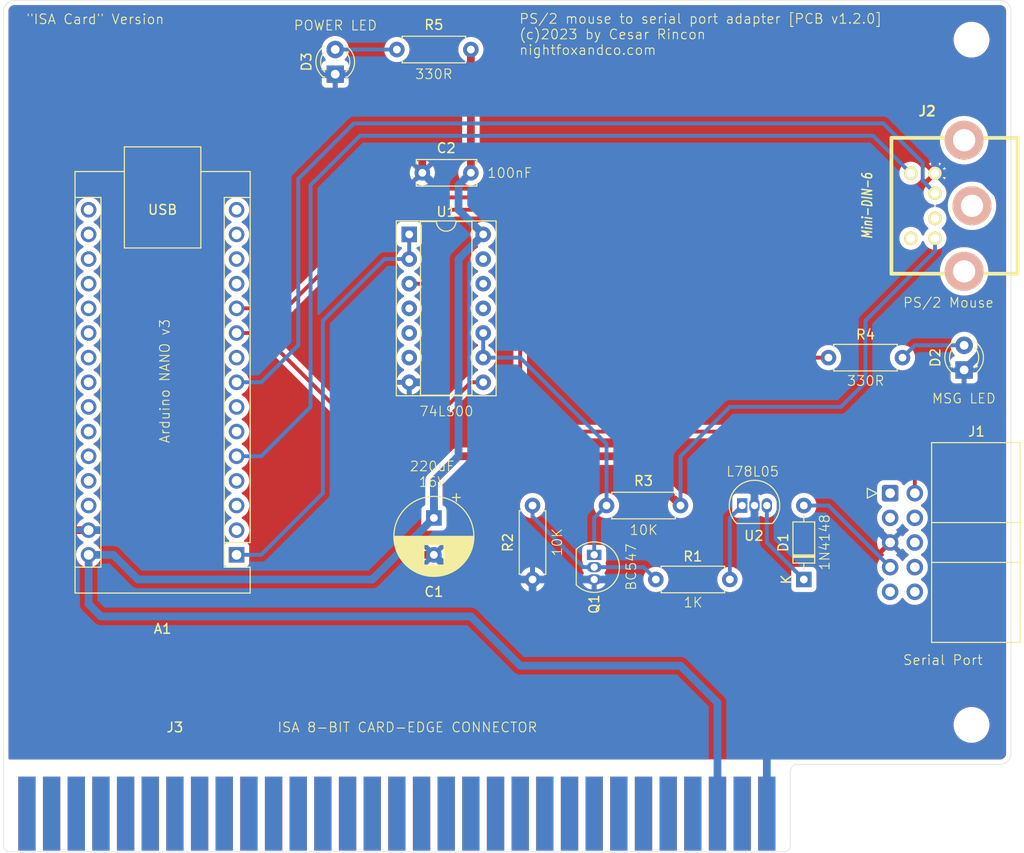
<source format=kicad_pcb>
(kicad_pcb (version 20221018) (generator pcbnew)
  (layers (0 "F.Cu" signal) (31 "B.Cu" signal) (34 "B.Paste" user) (35 "F.Paste" user) (36 "B.SilkS" user "B.Silkscreen") (37 "F.SilkS" user "F.Silkscreen") (38 "B.Mask" user) (39 "F.Mask" user) (44 "Edge.Cuts" user))
  (net 0 "")
  (net 1 "/GND")
  (net 2 "Net-(D2-A)")
  (net 3 "Net-(Q1-C)")
  (net 4 "Net-(Q1-B)")
  (net 5 "/+5V")
  (net 6 "Net-(A1-D8)")
  (net 7 "Net-(A1-D1{slash}TX)")
  (net 8 "Net-(A1-D7)")
  (net 12 "Net-(A1-D2)")
  (net 15 "Net-(A1-D5)")
  (net 33 "Net-(D3-A)")
  (net 41 "Net-(D1-K)")
  (net 42 "Net-(D1-A)")
  (net 44 "Net-(J1-Pin_2)")
  (net 113 "Net-(U2-VO)")
  (footprint "Resistor_THT:R_Axial_DIN0207_L6.3mm_D2.5mm_P7.62mm_Horizontal" (layer "F.Cu") (at 82.55 64.77 180)
    (fp_text reference "R3" (at 3.81 2.54) (layer "F.SilkS"))
    (fp_text value "10K")
    (pad "1" thru_hole circle (at 0 0 180) (size 1.6 1.6) (drill 0.8) (layers "*.Cu" "*.Mask") (net 5 "/+5V"))
    (pad "2" thru_hole oval (at 7.62 0 180) (size 1.6 1.6) (drill 0.8) (layers "*.Cu" "*.Mask") (net 3 "Net-(Q1-C)"))
  )
  (footprint "Package_TO_SOT_THT:TO-92_Inline" (layer "F.Cu") (at 88.9 64.77)
    (fp_text reference "U2" (at 1.207532 3.114922) (layer "F.SilkS"))
    (fp_text value "L78L05")
    (pad "1" thru_hole rect (at 0 0) (size 1.05 1.5) (drill 0.75) (layers "*.Cu" "*.Mask") (net 113 "Net-(U2-VO)"))
    (pad "2" thru_hole oval (at 1.27 0) (size 1.05 1.5) (drill 0.75) (layers "*.Cu" "*.Mask") (net 1 "/GND"))
    (pad "3" thru_hole oval (at 2.54 0) (size 1.05 1.5) (drill 0.75) (layers "*.Cu" "*.Mask") (net 41 "Net-(D1-K)"))
  )
  (footprint "Connector_IDC:IDC-Header_2x05_P2.54mm_Horizontal" (layer "F.Cu") (at 104.14 63.5)
    (fp_text reference "J1" (at 8.89 -6.35) (layer "F.SilkS"))
    (fp_text value "Serial Port")
    (pad "1" thru_hole roundrect (at 0 0) (size 1.7 1.7) (drill 1) (layers "*.Cu" "*.Mask") (roundrect_rratio 0.1470588235))
    (pad "2" thru_hole circle (at 2.54 0) (size 1.7 1.7) (drill 1) (layers "*.Cu" "*.Mask") (net 44 "Net-(J1-Pin_2)"))
    (pad "3" thru_hole circle (at 0 2.54) (size 1.7 1.7) (drill 1) (layers "*.Cu" "*.Mask"))
    (pad "4" thru_hole circle (at 2.54 2.54) (size 1.7 1.7) (drill 1) (layers "*.Cu" "*.Mask"))
    (pad "5" thru_hole circle (at 0 5.08) (size 1.7 1.7) (drill 1) (layers "*.Cu" "*.Mask") (net 1 "/GND"))
    (pad "6" thru_hole circle (at 2.54 5.08) (size 1.7 1.7) (drill 1) (layers "*.Cu" "*.Mask"))
    (pad "7" thru_hole circle (at 0 7.62) (size 1.7 1.7) (drill 1) (layers "*.Cu" "*.Mask") (net 42 "Net-(D1-A)"))
    (pad "8" thru_hole circle (at 2.54 7.62) (size 1.7 1.7) (drill 1) (layers "*.Cu" "*.Mask"))
    (pad "9" thru_hole circle (at 0 10.16) (size 1.7 1.7) (drill 1) (layers "*.Cu" "*.Mask"))
    (pad "10" thru_hole circle (at 2.54 10.16) (size 1.7 1.7) (drill 1) (layers "*.Cu" "*.Mask"))
  )
  (footprint "CustomLib:BUS_AT" (layer "F.Cu") (at 91.44 96.52)
    (fp_text reference "J3" (at -60.96 -8.89) (layer "F.SilkS"))
    (fp_text value "Bus_ISA_8bit")
    (pad "1" connect rect (at 0 0) (size 1.78 7.62) (layers "B.Cu" "B.Mask") (net 1 "/GND"))
    (pad "2" connect rect (at -2.54 0) (size 1.78 7.62) (layers "B.Cu" "B.Mask"))
    (pad "3" connect rect (at -5.08 0) (size 1.78 7.62) (layers "B.Cu" "B.Mask") (net 5 "/+5V"))
    (pad "4" connect rect (at -7.62 0) (size 1.78 7.62) (layers "B.Cu" "B.Mask"))
    (pad "5" connect rect (at -10.16 0) (size 1.78 7.62) (layers "B.Cu" "B.Mask"))
    (pad "6" connect rect (at -12.7 0) (size 1.78 7.62) (layers "B.Cu" "B.Mask"))
    (pad "7" connect rect (at -15.24 0) (size 1.78 7.62) (layers "B.Cu" "B.Mask"))
    (pad "8" connect rect (at -17.78 0) (size 1.78 7.62) (layers "B.Cu" "B.Mask"))
    (pad "9" connect rect (at -20.32 0) (size 1.78 7.62) (layers "B.Cu" "B.Mask"))
    (pad "10" connect rect (at -22.86 0) (size 1.78 7.62) (layers "B.Cu" "B.Mask"))
    (pad "11" connect rect (at -25.4 0) (size 1.78 7.62) (layers "B.Cu" "B.Mask"))
    (pad "12" connect rect (at -27.94 0) (size 1.78 7.62) (layers "B.Cu" "B.Mask"))
    (pad "13" connect rect (at -30.48 0) (size 1.78 7.62) (layers "B.Cu" "B.Mask"))
    (pad "14" connect rect (at -33.02 0) (size 1.78 7.62) (layers "B.Cu" "B.Mask"))
    (pad "15" connect rect (at -35.56 0) (size 1.78 7.62) (layers "B.Cu" "B.Mask"))
    (pad "16" connect rect (at -38.1 0) (size 1.78 7.62) (layers "B.Cu" "B.Mask"))
    (pad "17" connect rect (at -40.64 0) (size 1.78 7.62) (layers "B.Cu" "B.Mask"))
    (pad "18" connect rect (at -43.18 0) (size 1.78 7.62) (layers "B.Cu" "B.Mask"))
    (pad "19" connect rect (at -45.72 0) (size 1.78 7.62) (layers "B.Cu" "B.Mask"))
    (pad "20" connect rect (at -48.26 0) (size 1.78 7.62) (layers "B.Cu" "B.Mask"))
    (pad "21" connect rect (at -50.8 0) (size 1.78 7.62) (layers "B.Cu" "B.Mask"))
    (pad "22" connect rect (at -53.34 0) (size 1.78 7.62) (layers "B.Cu" "B.Mask"))
    (pad "23" connect rect (at -55.88 0) (size 1.78 7.62) (layers "B.Cu" "B.Mask"))
    (pad "24" connect rect (at -58.42 0) (size 1.78 7.62) (layers "B.Cu" "B.Mask"))
    (pad "25" connect rect (at -60.96 0) (size 1.78 7.62) (layers "B.Cu" "B.Mask"))
    (pad "26" connect rect (at -63.5 0) (size 1.78 7.62) (layers "B.Cu" "B.Mask"))
    (pad "27" connect rect (at -66.04 0) (size 1.78 7.62) (layers "B.Cu" "B.Mask"))
    (pad "28" connect rect (at -68.58 0) (size 1.78 7.62) (layers "B.Cu" "B.Mask"))
    (pad "29" connect rect (at -71.12 0) (size 1.78 7.62) (layers "B.Cu" "B.Mask"))
    (pad "30" connect rect (at -73.66 0) (size 1.78 7.62) (layers "B.Cu" "B.Mask"))
    (pad "31" connect rect (at -76.2 0) (size 1.78 7.62) (layers "B.Cu" "B.Mask"))
    (pad "32" connect rect (at 0 0) (size 1.78 7.62) (layers "F.Cu" "F.Mask"))
    (pad "33" connect rect (at -2.54 0) (size 1.78 7.62) (layers "F.Cu" "F.Mask"))
    (pad "34" connect rect (at -5.08 0) (size 1.78 7.62) (layers "F.Cu" "F.Mask"))
    (pad "35" connect rect (at -7.62 0) (size 1.78 7.62) (layers "F.Cu" "F.Mask"))
    (pad "36" connect rect (at -10.16 0) (size 1.78 7.62) (layers "F.Cu" "F.Mask"))
    (pad "37" connect rect (at -12.7 0) (size 1.78 7.62) (layers "F.Cu" "F.Mask"))
    (pad "38" connect rect (at -15.24 0) (size 1.78 7.62) (layers "F.Cu" "F.Mask"))
    (pad "39" connect rect (at -17.78 0) (size 1.78 7.62) (layers "F.Cu" "F.Mask"))
    (pad "40" connect rect (at -20.32 0) (size 1.78 7.62) (layers "F.Cu" "F.Mask"))
    (pad "41" connect rect (at -22.86 0) (size 1.78 7.62) (layers "F.Cu" "F.Mask"))
    (pad "42" connect rect (at -25.4 0) (size 1.78 7.62) (layers "F.Cu" "F.Mask"))
    (pad "43" connect rect (at -27.94 0) (size 1.78 7.62) (layers "F.Cu" "F.Mask"))
    (pad "44" connect rect (at -30.48 0) (size 1.78 7.62) (layers "F.Cu" "F.Mask"))
    (pad "45" connect rect (at -33.02 0) (size 1.78 7.62) (layers "F.Cu" "F.Mask"))
    (pad "46" connect rect (at -35.56 0) (size 1.78 7.62) (layers "F.Cu" "F.Mask"))
    (pad "47" connect rect (at -38.1 0) (size 1.78 7.62) (layers "F.Cu" "F.Mask"))
    (pad "48" connect rect (at -40.64 0) (size 1.78 7.62) (layers "F.Cu" "F.Mask"))
    (pad "49" connect rect (at -43.18 0) (size 1.78 7.62) (layers "F.Cu" "F.Mask"))
    (pad "50" connect rect (at -45.72 0) (size 1.78 7.62) (layers "F.Cu" "F.Mask"))
    (pad "51" connect rect (at -48.26 0) (size 1.78 7.62) (layers "F.Cu" "F.Mask"))
    (pad "52" connect rect (at -50.8 0) (size 1.78 7.62) (layers "F.Cu" "F.Mask"))
    (pad "53" connect rect (at -53.34 0) (size 1.78 7.62) (layers "F.Cu" "F.Mask"))
    (pad "54" connect rect (at -55.88 0) (size 1.78 7.62) (layers "F.Cu" "F.Mask"))
    (pad "55" connect rect (at -58.42 0) (size 1.78 7.62) (layers "F.Cu" "F.Mask"))
    (pad "56" connect rect (at -60.96 0) (size 1.78 7.62) (layers "F.Cu" "F.Mask"))
    (pad "57" connect rect (at -63.5 0) (size 1.78 7.62) (layers "F.Cu" "F.Mask"))
    (pad "58" connect rect (at -66.04 0) (size 1.78 7.62) (layers "F.Cu" "F.Mask"))
    (pad "59" connect rect (at -68.58 0) (size 1.78 7.62) (layers "F.Cu" "F.Mask"))
    (pad "60" connect rect (at -71.12 0) (size 1.78 7.62) (layers "F.Cu" "F.Mask"))
    (pad "61" connect rect (at -73.66 0) (size 1.78 7.62) (layers "F.Cu" "F.Mask"))
    (pad "62" connect rect (at -76.2 0) (size 1.78 7.62) (layers "F.Cu" "F.Mask"))
  )
  (footprint "LED_THT:LED_D3.0mm" (layer "F.Cu") (at 111.76 50.8 90)
    (fp_text reference "D2" (at 1.27 -2.96 90) (layer "F.SilkS"))
    (fp_text value "3mm YELLOW")
    (pad "1" thru_hole rect (at 0 0 90) (size 1.8 1.8) (drill 0.9) (layers "*.Cu" "*.Mask") (net 1 "/GND"))
    (pad "2" thru_hole circle (at 2.54 0 90) (size 1.8 1.8) (drill 0.9) (layers "*.Cu" "*.Mask") (net 2 "Net-(D2-A)"))
  )
  (footprint "Package_DIP:DIP-14_W7.62mm_Socket" (layer "F.Cu") (at 54.61 36.83)
    (fp_text reference "U1" (at 3.81 -2.33) (layer "F.SilkS"))
    (fp_text value "74LS00")
    (pad "1" thru_hole rect (at 0 0) (size 1.6 1.6) (drill 0.8) (layers "*.Cu" "*.Mask") (net 7 "Net-(A1-D1{slash}TX)"))
    (pad "2" thru_hole oval (at 0 2.54) (size 1.6 1.6) (drill 0.8) (layers "*.Cu" "*.Mask") (net 7 "Net-(A1-D1{slash}TX)"))
    (pad "3" thru_hole oval (at 0 5.08) (size 1.6 1.6) (drill 0.8) (layers "*.Cu" "*.Mask") (net 44 "Net-(J1-Pin_2)"))
    (pad "4" thru_hole oval (at 0 7.62) (size 1.6 1.6) (drill 0.8) (layers "*.Cu" "*.Mask"))
    (pad "5" thru_hole oval (at 0 10.16) (size 1.6 1.6) (drill 0.8) (layers "*.Cu" "*.Mask"))
    (pad "6" thru_hole oval (at 0 12.7) (size 1.6 1.6) (drill 0.8) (layers "*.Cu" "*.Mask"))
    (pad "7" thru_hole oval (at 0 15.24) (size 1.6 1.6) (drill 0.8) (layers "*.Cu" "*.Mask") (net 1 "/GND"))
    (pad "8" thru_hole oval (at 7.62 15.24) (size 1.6 1.6) (drill 0.8) (layers "*.Cu" "*.Mask") (net 8 "Net-(A1-D7)"))
    (pad "9" thru_hole oval (at 7.62 12.7) (size 1.6 1.6) (drill 0.8) (layers "*.Cu" "*.Mask") (net 3 "Net-(Q1-C)"))
    (pad "10" thru_hole oval (at 7.62 10.16) (size 1.6 1.6) (drill 0.8) (layers "*.Cu" "*.Mask") (net 3 "Net-(Q1-C)"))
    (pad "11" thru_hole oval (at 7.62 7.62) (size 1.6 1.6) (drill 0.8) (layers "*.Cu" "*.Mask"))
    (pad "12" thru_hole oval (at 7.62 5.08) (size 1.6 1.6) (drill 0.8) (layers "*.Cu" "*.Mask"))
    (pad "13" thru_hole oval (at 7.62 2.54) (size 1.6 1.6) (drill 0.8) (layers "*.Cu" "*.Mask"))
    (pad "14" thru_hole oval (at 7.62 0) (size 1.6 1.6) (drill 0.8) (layers "*.Cu" "*.Mask") (net 5 "/+5V"))
  )
  (footprint "CustomLib:Conn_Mini_DIN_6pin" (layer "F.Cu") (at 117.26926 33.88106 -90)
    (fp_text reference "J2" (at -9.75106 9.31926 -180) (layer "F.SilkS") (effects (font (size 1.016 1.016) (thickness 0.2032))))
    (fp_text value "Mini-DIN-6" (at -0.012716 15.49347 90) (layer "F.SilkS") (effects (font (size 1.016 0.762) (thickness 0.1524) italic)))
    (pad "1" thru_hole circle (at -1.30048 8.509 90) (size 1.3716 1.3716) (drill 0.889) (layers "*.Cu" "*.Mask" "F.SilkS") (net 15 "Net-(A1-D5)"))
    (pad "2" thru_hole circle (at 1.30048 8.509 90) (size 1.3716 1.3716) (drill 0.889) (layers "*.Cu" "*.Mask" "F.SilkS"))
    (pad "3" thru_hole circle (at -3.35026 8.509 90) (size 1.3716 1.3716) (drill 0.889) (layers "*.Cu" "*.Mask" "F.SilkS") (net 1 "/GND"))
    (pad "4" thru_hole circle (at 3.35026 8.509 90) (size 1.3716 1.3716) (drill 0.889) (layers "*.Cu" "*.Mask" "F.SilkS") (net 5 "/+5V"))
    (pad "5" thru_hole circle (at -3.35026 11.00074 90) (size 1.3716 1.3716) (drill 0.889) (layers "*.Cu" "*.Mask" "F.SilkS") (net 12 "Net-(A1-D2)"))
    (pad "6" thru_hole circle (at 3.35026 11.00074 90) (size 1.3716 1.3716) (drill 0.889) (layers "*.Cu" "*.Mask" "F.SilkS"))
    (pad "GND" thru_hole circle (at -6.75894 5.50926 90) (size 4.0005 4.0005) (drill 2.29108) (layers "*.Cu" "*.SilkS" "*.Mask"))
    (pad "GND" thru_hole circle (at 0 4.699 90) (size 4.0005 4.0005) (drill 2.29108) (layers "*.Cu" "*.SilkS" "*.Mask"))
    (pad "GND" thru_hole circle (at 6.75894 5.50926 90) (size 4.0005 4.0005) (drill 2.29108) (layers "*.Cu" "*.SilkS" "*.Mask"))
  )
  (footprint "Package_TO_SOT_THT:TO-92_Inline" (layer "F.Cu") (at 73.66 69.85 -90)
    (fp_text reference "Q1" (at 5.08 0 90) (layer "F.SilkS"))
    (fp_text value "BC547")
    (pad "1" thru_hole rect (at 0 0 270) (size 1.05 1.5) (drill 0.75) (layers "*.Cu" "*.Mask") (net 3 "Net-(Q1-C)"))
    (pad "2" thru_hole oval (at 1.27 0 270) (size 1.05 1.5) (drill 0.75) (layers "*.Cu" "*.Mask") (net 4 "Net-(Q1-B)"))
    (pad "3" thru_hole oval (at 2.54 0 270) (size 1.05 1.5) (drill 0.75) (layers "*.Cu" "*.Mask") (net 1 "/GND"))
  )
  (footprint "Resistor_THT:R_Axial_DIN0207_L6.3mm_D2.5mm_P7.62mm_Horizontal" (layer "F.Cu") (at 97.79 49.53)
    (fp_text reference "R4" (at 3.81 -2.37) (layer "F.SilkS"))
    (fp_text value "330R")
    (pad "1" thru_hole circle (at 0 0) (size 1.6 1.6) (drill 0.8) (layers "*.Cu" "*.Mask") (net 6 "Net-(A1-D8)"))
    (pad "2" thru_hole oval (at 7.62 0) (size 1.6 1.6) (drill 0.8) (layers "*.Cu" "*.Mask") (net 2 "Net-(D2-A)"))
  )
  (footprint "Resistor_THT:R_Axial_DIN0207_L6.3mm_D2.5mm_P7.62mm_Horizontal" (layer "F.Cu") (at 60.96 17.78 180)
    (fp_text reference "R5" (at 3.81 2.54) (layer "F.SilkS"))
    (fp_text value "330R")
    (pad "1" thru_hole circle (at 0 0 180) (size 1.6 1.6) (drill 0.8) (layers "*.Cu" "*.Mask") (net 5 "/+5V"))
    (pad "2" thru_hole oval (at 7.62 0 180) (size 1.6 1.6) (drill 0.8) (layers "*.Cu" "*.Mask") (net 33 "Net-(D3-A)"))
  )
  (footprint "MountingHole:MountingHole_3.2mm_M3" (layer "F.Cu") (at 112.522 87.376)
    (fp_text reference "REF**" hide)
    (fp_text value "MountingHole_3.2mm_M3" hide)
    (pad "" np_thru_hole circle (at 0 0) (size 3.2 3.2) (drill 3.2) (layers "*.Cu" "*.Mask"))
  )
  (footprint "Diode_THT:D_DO-35_SOD27_P7.62mm_Horizontal" (layer "F.Cu") (at 95.25 72.39 90)
    (fp_text reference "D1" (at 3.81 -2.12 90) (layer "F.SilkS"))
    (fp_text value "1N4148")
    (fp_text user "K" (at 0 -1.8 90) (layer "F.SilkS"))
    (pad "1" thru_hole rect (at 0 0 90) (size 1.6 1.6) (drill 0.8) (layers "*.Cu" "*.Mask") (net 41 "Net-(D1-K)"))
    (pad "2" thru_hole oval (at 7.62 0 90) (size 1.6 1.6) (drill 0.8) (layers "*.Cu" "*.Mask") (net 42 "Net-(D1-A)"))
  )
  (footprint "Capacitor_THT:CP_Radial_D8.0mm_P3.80mm" (layer "F.Cu") (at 57.15 66.05 -90)
    (fp_text reference "C1" (at 7.61 0 -180) (layer "F.SilkS"))
    (fp_text value "220uF")
    (pad "1" thru_hole rect (at 0 0 270) (size 1.6 1.6) (drill 0.8) (layers "*.Cu" "*.Mask") (net 5 "/+5V"))
    (pad "2" thru_hole circle (at 3.8 0 270) (size 1.6 1.6) (drill 0.8) (layers "*.Cu" "*.Mask") (net 1 "/GND"))
  )
  (footprint "Resistor_THT:R_Axial_DIN0207_L6.3mm_D2.5mm_P7.62mm_Horizontal" (layer "F.Cu") (at 80.01 72.39)
    (fp_text reference "R1" (at 3.81 -2.37) (layer "F.SilkS"))
    (fp_text value "1K")
    (pad "1" thru_hole circle (at 0 0) (size 1.6 1.6) (drill 0.8) (layers "*.Cu" "*.Mask") (net 4 "Net-(Q1-B)"))
    (pad "2" thru_hole oval (at 7.62 0) (size 1.6 1.6) (drill 0.8) (layers "*.Cu" "*.Mask") (net 113 "Net-(U2-VO)"))
  )
  (footprint "Resistor_THT:R_Axial_DIN0207_L6.3mm_D2.5mm_P7.62mm_Horizontal" (layer "F.Cu") (at 67.31 64.77 -90)
    (fp_text reference "R2" (at 3.81 2.54 90) (layer "F.SilkS"))
    (fp_text value "10K")
    (pad "1" thru_hole circle (at 0 0 270) (size 1.6 1.6) (drill 0.8) (layers "*.Cu" "*.Mask") (net 4 "Net-(Q1-B)"))
    (pad "2" thru_hole oval (at 7.62 0 270) (size 1.6 1.6) (drill 0.8) (layers "*.Cu" "*.Mask") (net 1 "/GND"))
  )
  (footprint "MountingHole:MountingHole_3.2mm_M3" (layer "F.Cu") (at 112.522 16.764)
    (fp_text reference "REF**" hide)
    (fp_text value "MountingHole_3.2mm_M3" hide)
    (pad "" np_thru_hole circle (at 0 0) (size 3.2 3.2) (drill 3.2) (layers "*.Cu" "*.Mask"))
  )
  (footprint "Capacitor_THT:C_Disc_D6.0mm_W2.5mm_P5.00mm" (layer "F.Cu") (at 60.96 30.48 180)
    (fp_text reference "C2" (at 2.54 2.54) (layer "F.SilkS"))
    (fp_text value "100nF")
    (pad "1" thru_hole circle (at 0 0 180) (size 1.6 1.6) (drill 0.8) (layers "*.Cu" "*.Mask") (net 5 "/+5V"))
    (pad "2" thru_hole circle (at 5 0 180) (size 1.6 1.6) (drill 0.8) (layers "*.Cu" "*.Mask") (net 1 "/GND"))
  )
  (footprint "LED_THT:LED_D3.0mm" (layer "F.Cu") (at 46.99 20.32 90)
    (fp_text reference "D3" (at 1.27 -2.96 90) (layer "F.SilkS"))
    (fp_text value "3mm RED")
    (pad "1" thru_hole rect (at 0 0 90) (size 1.8 1.8) (drill 0.9) (layers "*.Cu" "*.Mask") (net 1 "/GND"))
    (pad "2" thru_hole circle (at 2.54 0 90) (size 1.8 1.8) (drill 0.9) (layers "*.Cu" "*.Mask") (net 33 "Net-(D3-A)"))
  )
  (footprint "Module:Arduino_Nano" (layer "F.Cu") (at 36.83 69.85 180)
    (fp_text reference "A1" (at 7.62 -7.62) (layer "F.SilkS"))
    (fp_text value "Arduino NANO v3")
    (fp_text user "USB" (at 7.62 35.56 unlocked) (layer "F.SilkS"))
    (pad "1" thru_hole rect (at 0 0 180) (size 1.6 1.6) (drill 1) (layers "*.Cu" "*.Mask") (net 7 "Net-(A1-D1{slash}TX)"))
    (pad "2" thru_hole oval (at 0 2.54 180) (size 1.6 1.6) (drill 1) (layers "*.Cu" "*.Mask"))
    (pad "3" thru_hole oval (at 0 5.08 180) (size 1.6 1.6) (drill 1) (layers "*.Cu" "*.Mask"))
    (pad "4" thru_hole oval (at 0 7.62 180) (size 1.6 1.6) (drill 1) (layers "*.Cu" "*.Mask"))
    (pad "5" thru_hole oval (at 0 10.16 180) (size 1.6 1.6) (drill 1) (layers "*.Cu" "*.Mask") (net 12 "Net-(A1-D2)"))
    (pad "6" thru_hole oval (at 0 12.7 180) (size 1.6 1.6) (drill 1) (layers "*.Cu" "*.Mask"))
    (pad "7" thru_hole oval (at 0 15.24 180) (size 1.6 1.6) (drill 1) (layers "*.Cu" "*.Mask"))
    (pad "8" thru_hole oval (at 0 17.78 180) (size 1.6 1.6) (drill 1) (layers "*.Cu" "*.Mask") (net 15 "Net-(A1-D5)"))
    (pad "9" thru_hole oval (at 0 20.32 180) (size 1.6 1.6) (drill 1) (layers "*.Cu" "*.Mask"))
    (pad "10" thru_hole oval (at 0 22.86 180) (size 1.6 1.6) (drill 1) (layers "*.Cu" "*.Mask") (net 8 "Net-(A1-D7)"))
    (pad "11" thru_hole oval (at 0 25.4 180) (size 1.6 1.6) (drill 1) (layers "*.Cu" "*.Mask") (net 6 "Net-(A1-D8)"))
    (pad "12" thru_hole oval (at 0 27.94 180) (size 1.6 1.6) (drill 1) (layers "*.Cu" "*.Mask"))
    (pad "13" thru_hole oval (at 0 30.48 180) (size 1.6 1.6) (drill 1) (layers "*.Cu" "*.Mask"))
    (pad "14" thru_hole oval (at 0 33.02 180) (size 1.6 1.6) (drill 1) (layers "*.Cu" "*.Mask"))
    (pad "15" thru_hole oval (at 0 35.56 180) (size 1.6 1.6) (drill 1) (layers "*.Cu" "*.Mask"))
    (pad "16" thru_hole oval (at 15.24 35.56 180) (size 1.6 1.6) (drill 1) (layers "*.Cu" "*.Mask"))
    (pad "17" thru_hole oval (at 15.24 33.02 180) (size 1.6 1.6) (drill 1) (layers "*.Cu" "*.Mask"))
    (pad "18" thru_hole oval (at 15.24 30.48 180) (size 1.6 1.6) (drill 1) (layers "*.Cu" "*.Mask"))
    (pad "19" thru_hole oval (at 15.24 27.94 180) (size 1.6 1.6) (drill 1) (layers "*.Cu" "*.Mask"))
    (pad "20" thru_hole oval (at 15.24 25.4 180) (size 1.6 1.6) (drill 1) (layers "*.Cu" "*.Mask"))
    (pad "21" thru_hole oval (at 15.24 22.86 180) (size 1.6 1.6) (drill 1) (layers "*.Cu" "*.Mask"))
    (pad "22" thru_hole oval (at 15.24 20.32 180) (size 1.6 1.6) (drill 1) (layers "*.Cu" "*.Mask"))
    (pad "23" thru_hole oval (at 15.24 17.78 180) (size 1.6 1.6) (drill 1) (layers "*.Cu" "*.Mask"))
    (pad "24" thru_hole oval (at 15.24 15.24 180) (size 1.6 1.6) (drill 1) (layers "*.Cu" "*.Mask"))
    (pad "25" thru_hole oval (at 15.24 12.7 180) (size 1.6 1.6) (drill 1) (layers "*.Cu" "*.Mask"))
    (pad "26" thru_hole oval (at 15.24 10.16 180) (size 1.6 1.6) (drill 1) (layers "*.Cu" "*.Mask"))
    (pad "27" thru_hole oval (at 15.24 7.62 180) (size 1.6 1.6) (drill 1) (layers "*.Cu" "*.Mask"))
    (pad "28" thru_hole oval (at 15.24 5.08 180) (size 1.6 1.6) (drill 1) (layers "*.Cu" "*.Mask"))
    (pad "29" thru_hole oval (at 15.24 2.54 180) (size 1.6 1.6) (drill 1) (layers "*.Cu" "*.Mask") (net 1 "/GND"))
    (pad "30" thru_hole oval (at 15.24 0 180) (size 1.6 1.6) (drill 1) (layers "*.Cu" "*.Mask") (net 5 "/+5V"))
  )
  (gr_arc (start 13.462 100.457) (mid 13.012988 100.271013) (end 12.827 99.822) (stroke (width 0.05)) (layer "Edge.Cuts"))
  (gr_line (start 13.97 12.7) (end 115.443 12.7) (stroke (width 0.05)) (layer "Edge.Cuts"))
  (gr_line (start 116.586 13.843) (end 116.586 90.297) (stroke (width 0.05)) (layer "Edge.Cuts"))
  (gr_arc (start 12.827 13.843) (mid 13.161777 13.034777) (end 13.97 12.7) (stroke (width 0.05)) (layer "Edge.Cuts"))
  (gr_arc (start 116.586 90.297) (mid 116.251223 91.105223) (end 115.443 91.44) (stroke (width 0.05)) (layer "Edge.Cuts"))
  (gr_arc (start 93.853 99.822) (mid 93.667013 100.271012) (end 93.218 100.457) (stroke (width 0.05)) (layer "Edge.Cuts"))
  (gr_arc (start 93.853 92.202) (mid 94.076184 91.663184) (end 94.615 91.44) (stroke (width 0.05)) (layer "Edge.Cuts"))
  (gr_arc (start 115.443 12.7) (mid 116.251223 13.034777) (end 116.586 13.843) (stroke (width 0.05)) (layer "Edge.Cuts"))
  (gr_line (start 93.218 100.457) (end 13.462 100.457) (stroke (width 0.05)) (layer "Edge.Cuts"))
  (gr_line (start 94.615 91.44) (end 115.443 91.44) (stroke (width 0.05)) (layer "Edge.Cuts"))
  (gr_line (start 93.853 92.202) (end 93.853 99.822) (stroke (width 0.05)) (layer "Edge.Cuts"))
  (gr_line (start 12.827 99.822) (end 12.827 13.843) (stroke (width 0.05)) (layer "Edge.Cuts"))
  (gr_text "10K" (at 77.242839 67.88176) (layer "F.SilkS") (effects (font (size 1 1) (thickness 0.1)) (justify left bottom)))
  (gr_text "10K" (at 70.433887 70.068121 90) (layer "F.SilkS") (effects (font (size 1 1) (thickness 0.1)) (justify left bottom)))
  (gr_text "330R" (at 99.622035 52.5071) (layer "F.SilkS") (effects (font (size 1 1) (thickness 0.1)) (justify left bottom)))
  (gr_text "MSG LED" (at 108.380917 54.323459) (layer "F.SilkS") (effects (font (size 1 1) (thickness 0.1)) (justify left bottom)))
  (gr_text "74LS00" (at 55.588485 55.650952) (layer "F.SilkS") (effects (font (size 1 1) (thickness 0.1)) (justify left bottom)))
  (gr_text "BC547" (at 78.054916 73.597532 90) (layer "F.SilkS") (effects (font (size 1 1) (thickness 0.1)) (justify left bottom)))
  (gr_text "330R" (at 55.151041 20.902514) (layer "F.SilkS") (effects (font (size 1 1) (thickness 0.1)) (justify left bottom)))
  (gr_text "Serial Port" (at 105.41 81.28) (layer "F.SilkS") (effects (font (size 1 1) (thickness 0.1)) (justify left bottom)))
  (gr_text "100nF" (at 62.582953 31.082994) (layer "F.SilkS") (effects (font (size 1 1) (thickness 0.1)) (justify left bottom)))
  (gr_text "{dblquote}ISA Card{dblquote} Version" (at 15.113 15.24) (layer "F.SilkS") (effects (font (size 1 1) (thickness 0.1)) (justify left bottom)))
  (gr_text "ISA 8-BIT CARD-EDGE CONNECTOR" (at 40.972988 88.212858) (layer "F.SilkS") (effects (font (size 1 1) (thickness 0.1)) (justify left bottom)))
  (gr_text "L78L05" (at 87.202783 61.856786) (layer "F.SilkS") (effects (font (size 1 1) (thickness 0.1)) (justify left bottom)))
  (gr_text "Arduino NANO v3" (at 30.021562 58.42 90) (layer "F.SilkS") (effects (font (size 1 1) (thickness 0.1)) (justify left bottom)))
  (gr_text "POWER LED" (at 42.659609 15.885325) (layer "F.SilkS") (effects (font (size 1 1) (thickness 0.1)) (justify left bottom)))
  (gr_text "1K" (at 82.802442 75.346621) (layer "F.SilkS") (effects (font (size 1 1) (thickness 0.1)) (justify left bottom)))
  (gr_text "1N4148" (at 97.982033 71.536106 90) (layer "F.SilkS") (effects (font (size 1 1) (thickness 0.1)) (justify left bottom)))
  (gr_text "PS/2 mouse to serial port adapter [PCB v1.2.0]\n(c)2023 by Cesar Rincon\nnightfoxandco.com" (at 65.887797 18.415) (layer "F.SilkS") (effects (font (size 1 1) (thickness 0.1)) (justify left bottom)))
  (gr_text "PS/2 Mouse" (at 105.41 44.45) (layer "F.SilkS") (effects (font (size 1 1) (thickness 0.1)) (justify left bottom)))
  (gr_text "220uF\n16V" (at 56.97318 62.92721) (layer "F.SilkS") (effects (font (size 1 1) (thickness 0.1)) (justify bottom)))
  (segment (start 48.26 74.93) (end 19.05 74.93) (width 0.8) (layer "F.Cu") (net 1))
  (segment (start 55.96 26.75) (end 49.53 20.32) (width 0.8) (layer "F.Cu") (net 1))
  (segment (start 19.05 67.31) (end 21.59 67.31) (width 0.8) (layer "F.Cu") (net 1))
  (segment (start 55.96 30.48) (end 55.96 26.75) (width 0.8) (layer "F.Cu") (net 1))
  (segment (start 17.78 73.66) (end 17.78 68.58) (width 0.8) (layer "F.Cu") (net 1))
  (segment (start 17.78 68.58) (end 19.05 67.31) (width 0.8) (layer "F.Cu") (net 1))
  (segment (start 19.05 74.93) (end 17.78 73.66) (width 0.8) (layer "F.Cu") (net 1))
  (segment (start 49.53 20.32) (end 46.99 20.32) (width 0.8) (layer "F.Cu") (net 1))
  (segment (start 53.34 69.85) (end 48.26 74.93) (width 0.8) (layer "F.Cu") (net 1))
  (segment (start 57.15 69.85) (end 53.34 69.85) (width 0.8) (layer "F.Cu") (net 1))
  (segment (start 67.31 74.93) (end 67.31 72.39) (width 0.8) (layer "B.Cu") (net 1))
  (segment (start 115.57 33.02) (end 115.57 46.99) (width 0.8) (layer "B.Cu") (net 1))
  (segment (start 67.31 72.39) (end 73.66 72.39) (width 0.8) (layer "B.Cu") (net 1))
  (segment (start 100.33 64.77) (end 100.33 63.5) (width 0.8) (layer "B.Cu") (net 1))
  (segment (start 113.0808 30.5308) (end 115.57 33.02) (width 0.8) (layer "B.Cu") (net 1))
  (segment (start 115.57 46.99) (end 111.76 50.8) (width 0.8) (layer "B.Cu") (net 1))
  (segment (start 57.15 69.85) (end 59.69 72.39) (width 0.8) (layer "B.Cu") (net 1))
  (segment (start 90.17 73.66) (end 90.17 64.77) (width 0.8) (layer "B.Cu") (net 1))
  (segment (start 100.33 20.32) (end 46.99 20.32) (width 0.8) (layer "B.Cu") (net 1))
  (segment (start 108.76026 28.75026) (end 100.33 20.32) (width 0.8) (layer "B.Cu") (net 1))
  (segment (start 36.83 20.32) (end 25.4 31.75) (width 0.8) (layer "B.Cu") (net 1))
  (segment (start 59.69 72.39) (end 67.31 72.39) (width 0.8) (layer "B.Cu") (net 1))
  (segment (start 108.76026 30.5308) (end 113.0808 30.5308) (width 0.8) (layer "B.Cu") (net 1))
  (segment (start 57.15 31.67) (end 55.96 30.48) (width 0.8) (layer "B.Cu") (net 1))
  (segment (start 87.63 76.2) (end 90.17 73.66) (width 0.8) (layer "B.Cu") (net 1))
  (segment (start 54.61 52.07) (end 55.88 52.07) (width 0.8) (layer "B.Cu") (net 1))
  (segment (start 91.44 96.52) (end 91.44 86.36) (width 0.8) (layer "B.Cu") (net 1))
  (segment (start 24.13 67.31) (end 21.59 67.31) (width 0.8) (layer "B.Cu") (net 1))
  (segment (start 78.74 76.2) (end 87.63 76.2) (width 0.8) (layer "B.Cu") (net 1))
  (segment (start 100.33 63.5) (end 99.517034 62.687034) (width 0.8) (layer "B.Cu") (net 1))
  (segment (start 90.17 63.22) (end 90.17 64.77) (width 0.8) (layer "B.Cu") (net 1))
  (segment (start 73.66 72.39) (end 74.93 72.39) (width 0.8) (layer "B.Cu") (net 1))
  (segment (start 104.14 68.58) (end 100.33 64.77) (width 0.8) (layer "B.Cu") (net 1))
  (segment (start 74.93 72.39) (end 78.74 76.2) (width 0.8) (layer "B.Cu") (net 1))
  (segment (start 90.702966 62.687034) (end 90.17 63.22) (width 0.8) (layer "B.Cu") (net 1))
  (segment (start 83.82 78.74) (end 71.12 78.74) (width 0.8) (layer "B.Cu") (net 1))
  (segment (start 25.4 66.04) (end 24.13 67.31) (width 0.8) (layer "B.Cu") (net 1))
  (segment (start 108.76026 30.5308) (end 108.76026 28.75026) (width 0.8) (layer "B.Cu") (net 1))
  (segment (start 71.12 78.74) (end 67.31 74.93) (width 0.8) (layer "B.Cu") (net 1))
  (segment (start 55.88 52.07) (end 57.15 50.8) (width 0.8) (layer "B.Cu") (net 1))
  (segment (start 99.517034 62.687034) (end 90.702966 62.687034) (width 0.8) (layer "B.Cu") (net 1))
  (segment (start 91.44 86.36) (end 83.82 78.74) (width 0.8) (layer "B.Cu") (net 1))
  (segment (start 25.4 31.75) (end 25.4 66.04) (width 0.8) (layer "B.Cu") (net 1))
  (segment (start 57.15 50.8) (end 57.15 31.67) (width 0.8) (layer "B.Cu") (net 1))
  (segment (start 46.99 20.32) (end 36.83 20.32) (width 0.8) (layer "B.Cu") (net 1))
  (segment (start 106.68 48.26) (end 105.41 49.53) (width 0.4) (layer "B.Cu") (net 2))
  (segment (start 111.76 48.26) (end 106.68 48.26) (width 0.4) (layer "B.Cu") (net 2))
  (segment (start 66.04 49.53) (end 74.93 58.42) (width 0.4) (layer "B.Cu") (net 3))
  (segment (start 74.93 58.42) (end 74.93 64.77) (width 0.4) (layer "B.Cu") (net 3))
  (segment (start 62.23 46.99) (end 62.23 49.53) (width 0.4) (layer "B.Cu") (net 3))
  (segment (start 62.23 49.53) (end 66.04 49.53) (width 0.4) (layer "B.Cu") (net 3))
  (segment (start 73.66 66.04) (end 74.93 64.77) (width 0.4) (layer "B.Cu") (net 3))
  (segment (start 73.66 69.85) (end 73.66 66.04) (width 0.4) (layer "B.Cu") (net 3))
  (segment (start 78.74 71.12) (end 73.66 71.12) (width 0.4) (layer "B.Cu") (net 4))
  (segment (start 67.31 65.90137) (end 67.31 64.77) (width 0.4) (layer "B.Cu") (net 4))
  (segment (start 72.52863 71.12) (end 67.31 65.90137) (width 0.4) (layer "B.Cu") (net 4))
  (segment (start 80.01 72.39) (end 78.74 71.12) (width 0.4) (layer "B.Cu") (net 4))
  (segment (start 73.66 71.12) (end 72.52863 71.12) (width 0.4) (layer "B.Cu") (net 4))
  (segment (start 77.47 59.69) (end 82.55 64.77) (width 0.8) (layer "F.Cu") (net 5))
  (segment (start 57.15 62.23) (end 59.69 59.69) (width 0.8) (layer "F.Cu") (net 5))
  (segment (start 57.15 66.05) (end 57.15 62.23) (width 0.8) (layer "F.Cu") (net 5))
  (segment (start 59.69 59.69) (end 77.47 59.69) (width 0.8) (layer "F.Cu") (net 5))
  (segment (start 60.96 30.48) (end 60.96 17.78) (width 0.8) (layer "F.Cu") (net 5))
  (segment (start 87.63 54.61) (end 82.55 59.69) (width 0.4) (layer "B.Cu") (net 5))
  (segment (start 59.69 34.29) (end 59.69 31.75) (width 0.8) (layer "B.Cu") (net 5))
  (segment (start 59.69 31.75) (end 60.96 30.48) (width 0.8) (layer "B.Cu") (net 5))
  (segment (start 59.69 59.69) (end 57.15 62.23) (width 0.8) (layer "B.Cu") (net 5))
  (segment (start 24.13 69.85) (end 26.67 72.39) (width 0.8) (layer "B.Cu") (net 5))
  (segment (start 62.23 36.83) (end 59.69 39.37) (width 0.8) (layer "B.Cu") (net 5))
  (segment (start 66.04 81.28) (end 82.55 81.28) (width 0.8) (layer "B.Cu") (net 5))
  (segment (start 101.6 45.72) (end 101.6 52.07) (width 0.4) (layer "B.Cu") (net 5))
  (segment (start 86.36 85.09) (end 86.36 96.52) (width 0.8) (layer "B.Cu") (net 5))
  (segment (start 82.55 81.28) (end 86.36 85.09) (width 0.8) (layer "B.Cu") (net 5))
  (segment (start 99.06 54.61) (end 87.63 54.61) (width 0.4) (layer "B.Cu") (net 5))
  (segment (start 60.96 76.2) (end 66.04 81.28) (width 0.8) (layer "B.Cu") (net 5))
  (segment (start 21.59 69.85) (end 21.59 74.93) (width 0.8) (layer "B.Cu") (net 5))
  (segment (start 108.76026 37.23132) (end 108.76026 38.55974) (width 0.4) (layer "B.Cu") (net 5))
  (segment (start 22.86 76.2) (end 60.96 76.2) (width 0.8) (layer "B.Cu") (net 5))
  (segment (start 21.59 69.85) (end 24.13 69.85) (width 0.8) (layer "B.Cu") (net 5))
  (segment (start 62.23 36.83) (end 59.69 34.29) (width 0.8) (layer "B.Cu") (net 5))
  (segment (start 50.8 72.39) (end 57.14 66.05) (width 0.8) (layer "B.Cu") (net 5))
  (segment (start 108.76026 38.55974) (end 101.6 45.72) (width 0.4) (layer "B.Cu") (net 5))
  (segment (start 101.6 52.07) (end 99.06 54.61) (width 0.4) (layer "B.Cu") (net 5))
  (segment (start 82.55 59.69) (end 82.55 64.77) (width 0.4) (layer "B.Cu") (net 5))
  (segment (start 26.67 72.39) (end 50.8 72.39) (width 0.8) (layer "B.Cu") (net 5))
  (segment (start 21.59 74.93) (end 22.86 76.2) (width 0.8) (layer "B.Cu") (net 5))
  (segment (start 59.69 39.37) (end 59.69 59.69) (width 0.8) (layer "B.Cu") (net 5))
  (segment (start 57.15 62.23) (end 57.15 66.05) (width 0.8) (layer "B.Cu") (net 5))
  (segment (start 68.58 49.53) (end 67.31 48.26) (width 0.4) (layer "F.Cu") (net 6))
  (segment (start 64.77 33.02) (end 53.34 33.02) (width 0.4) (layer "F.Cu") (net 6))
  (segment (start 53.34 33.02) (end 41.91 44.45) (width 0.4) (layer "F.Cu") (net 6))
  (segment (start 67.31 48.26) (end 67.31 35.56) (width 0.4) (layer "F.Cu") (net 6))
  (segment (start 41.91 44.45) (end 36.83 44.45) (width 0.4) (layer "F.Cu") (net 6))
  (segment (start 67.31 35.56) (end 64.77 33.02) (width 0.4) (layer "F.Cu") (net 6))
  (segment (start 97.79 49.53) (end 68.58 49.53) (width 0.4) (layer "F.Cu") (net 6))
  (segment (start 45.72 45.72) (end 52.07 39.37) (width 0.4) (layer "B.Cu") (net 7))
  (segment (start 36.83 69.85) (end 39.37 69.85) (width 0.4) (layer "B.Cu") (net 7))
  (segment (start 45.72 63.5) (end 45.72 45.72) (width 0.4) (layer "B.Cu") (net 7))
  (segment (start 39.37 69.85) (end 45.72 63.5) (width 0.4) (layer "B.Cu") (net 7))
  (segment (start 54.61 36.83) (end 54.61 39.37) (width 0.4) (layer "B.Cu") (net 7))
  (segment (start 52.07 39.37) (end 54.61 39.37) (width 0.4) (layer "B.Cu") (net 7))
  (segment (start 46.99 54.61) (end 58.42 54.61) (width 0.4) (layer "F.Cu") (net 8))
  (segment (start 60.96 52.07) (end 62.23 52.07) (width 0.4) (layer "F.Cu") (net 8))
  (segment (start 58.42 54.61) (end 60.96 52.07) (width 0.4) (layer "F.Cu") (net 8))
  (segment (start 39.37 46.99) (end 46.99 54.61) (width 0.4) (layer "F.Cu") (net 8))
  (segment (start 36.83 46.99) (end 39.37 46.99) (width 0.4) (layer "F.Cu") (net 8))
  (segment (start 44.45 54.61) (end 39.37 59.69) (width 0.4) (layer "B.Cu") (net 12))
  (segment (start 49.53 26.67) (end 44.45 31.75) (width 0.4) (layer "B.Cu") (net 12))
  (segment (start 39.37 59.69) (end 36.83 59.69) (width 0.4) (layer "B.Cu") (net 12))
  (segment (start 44.45 31.75) (end 44.45 54.61) (width 0.4) (layer "B.Cu") (net 12))
  (segment (start 106.26852 30.5308) (end 102.40772 26.67) (width 0.4) (layer "B.Cu") (net 12))
  (segment (start 102.40772 26.67) (end 49.53 26.67) (width 0.4) (layer "B.Cu") (net 12))
  (segment (start 107.492434 31.292434) (end 107.492434 29.448114) (width 0.4) (layer "B.Cu") (net 15))
  (segment (start 103.44432 25.4) (end 48.895 25.4) (width 0.4) (layer "B.Cu") (net 15))
  (segment (start 43.18 48.26) (end 39.37 52.07) (width 0.4) (layer "B.Cu") (net 15))
  (segment (start 48.895 25.4) (end 43.18 31.115) (width 0.4) (layer "B.Cu") (net 15))
  (segment (start 108.76026 32.58058) (end 107.95 31.77032) (width 0.4) (layer "B.Cu") (net 15))
  (segment (start 107.95 31.75) (end 107.492434 31.292434) (width 0.4) (layer "B.Cu") (net 15))
  (segment (start 107.492434 29.448114) (end 103.44432 25.4) (width 0.4) (layer "B.Cu") (net 15))
  (segment (start 107.95 31.77032) (end 107.95 31.75) (width 0.4) (layer "B.Cu") (net 15))
  (segment (start 39.37 52.07) (end 36.83 52.07) (width 0.4) (layer "B.Cu") (net 15))
  (segment (start 43.18 31.115) (end 43.18 48.26) (width 0.4) (layer "B.Cu") (net 15))
  (segment (start 46.99 17.78) (end 53.34 17.78) (width 0.4) (layer "B.Cu") (net 33))
  (segment (start 91.44 68.58) (end 95.25 72.39) (width 0.4) (layer "B.Cu") (net 41))
  (segment (start 91.44 64.77) (end 91.44 68.58) (width 0.4) (layer "B.Cu") (net 41))
  (segment (start 104.14 71.12) (end 97.79 64.77) (width 0.4) (layer "B.Cu") (net 42))
  (segment (start 97.79 64.77) (end 95.25 64.77) (width 0.4) (layer "B.Cu") (net 42))
  (segment (start 57.15 40.64) (end 55.88 41.91) (width 0.4) (layer "F.Cu") (net 44))
  (segment (start 55.88 41.91) (end 54.61 41.91) (width 0.4) (layer "F.Cu") (net 44))
  (segment (start 57.15 35.56) (end 57.15 40.64) (width 0.4) (layer "F.Cu") (net 44))
  (segment (start 102.87 57.15) (end 68.58 57.15) (width 0.4) (layer "F.Cu") (net 44))
  (segment (start 106.68 60.96) (end 102.87 57.15) (width 0.4) (layer "F.Cu") (net 44))
  (segment (start 66.04 54.61) (end 66.04 35.56) (width 0.4) (layer "F.Cu") (net 44))
  (segment (start 106.68 63.5) (end 106.68 60.96) (width 0.4) (layer "F.Cu") (net 44))
  (segment (start 66.04 35.56) (end 64.77 34.29) (width 0.4) (layer "F.Cu") (net 44))
  (segment (start 64.77 34.29) (end 58.42 34.29) (width 0.4) (layer "F.Cu") (net 44))
  (segment (start 68.58 57.15) (end 66.04 54.61) (width 0.4) (layer "F.Cu") (net 44))
  (segment (start 58.42 34.29) (end 57.15 35.56) (width 0.4) (layer "F.Cu") (net 44))
  (segment (start 87.63 72.39) (end 87.63 66.04) (width 0.4) (layer "B.Cu") (net 113))
  (segment (start 87.63 66.04) (end 88.9 64.77) (width 0.4) (layer "B.Cu") (net 113))
  (zone (net 1) (net_name "/GND") (layers "F&B.Cu") (connect_pads (clearance 0.5)) (min_thickness 0.25) (fill yes (thermal_gap 0.5) (thermal_bridge_width 0.5))
    (polygon (pts (xy 13.335 13.208) (xy 116.078 13.208) (xy 116.078 90.932) (xy 13.335 90.932)))
  )
)
</source>
